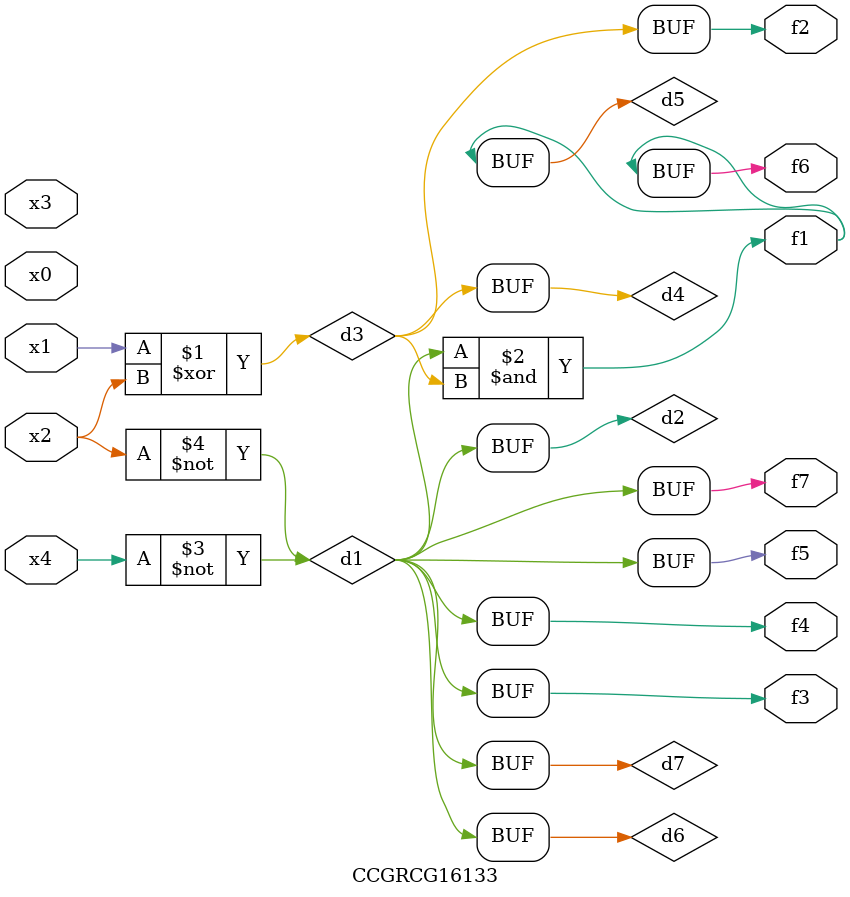
<source format=v>
module CCGRCG16133(
	input x0, x1, x2, x3, x4,
	output f1, f2, f3, f4, f5, f6, f7
);

	wire d1, d2, d3, d4, d5, d6, d7;

	not (d1, x4);
	not (d2, x2);
	xor (d3, x1, x2);
	buf (d4, d3);
	and (d5, d1, d3);
	buf (d6, d1, d2);
	buf (d7, d2);
	assign f1 = d5;
	assign f2 = d4;
	assign f3 = d7;
	assign f4 = d7;
	assign f5 = d7;
	assign f6 = d5;
	assign f7 = d7;
endmodule

</source>
